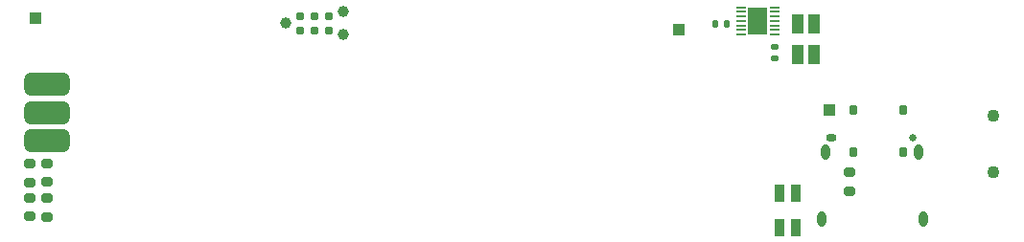
<source format=gts>
%TF.GenerationSoftware,KiCad,Pcbnew,7.0.7*%
%TF.CreationDate,2023-09-30T12:20:31-04:00*%
%TF.ProjectId,bt-md-remote,62742d6d-642d-4726-956d-6f74652e6b69,rev?*%
%TF.SameCoordinates,Original*%
%TF.FileFunction,Soldermask,Top*%
%TF.FilePolarity,Negative*%
%FSLAX46Y46*%
G04 Gerber Fmt 4.6, Leading zero omitted, Abs format (unit mm)*
G04 Created by KiCad (PCBNEW 7.0.7) date 2023-09-30 12:20:31*
%MOMM*%
%LPD*%
G01*
G04 APERTURE LIST*
G04 Aperture macros list*
%AMRoundRect*
0 Rectangle with rounded corners*
0 $1 Rounding radius*
0 $2 $3 $4 $5 $6 $7 $8 $9 X,Y pos of 4 corners*
0 Add a 4 corners polygon primitive as box body*
4,1,4,$2,$3,$4,$5,$6,$7,$8,$9,$2,$3,0*
0 Add four circle primitives for the rounded corners*
1,1,$1+$1,$2,$3*
1,1,$1+$1,$4,$5*
1,1,$1+$1,$6,$7*
1,1,$1+$1,$8,$9*
0 Add four rect primitives between the rounded corners*
20,1,$1+$1,$2,$3,$4,$5,0*
20,1,$1+$1,$4,$5,$6,$7,0*
20,1,$1+$1,$6,$7,$8,$9,0*
20,1,$1+$1,$8,$9,$2,$3,0*%
G04 Aperture macros list end*
%ADD10RoundRect,0.050000X0.337500X0.050000X-0.337500X0.050000X-0.337500X-0.050000X0.337500X-0.050000X0*%
%ADD11R,1.780000X2.350000*%
%ADD12RoundRect,0.200000X-0.275000X0.200000X-0.275000X-0.200000X0.275000X-0.200000X0.275000X0.200000X0*%
%ADD13R,1.000000X1.000000*%
%ADD14R,0.900000X1.500000*%
%ADD15RoundRect,0.175000X0.175000X-0.275000X0.175000X0.275000X-0.175000X0.275000X-0.175000X-0.275000X0*%
%ADD16RoundRect,0.200000X0.275000X-0.200000X0.275000X0.200000X-0.275000X0.200000X-0.275000X-0.200000X0*%
%ADD17RoundRect,0.140000X-0.170000X0.140000X-0.170000X-0.140000X0.170000X-0.140000X0.170000X0.140000X0*%
%ADD18RoundRect,0.140000X-0.140000X-0.170000X0.140000X-0.170000X0.140000X0.170000X-0.140000X0.170000X0*%
%ADD19R,1.100000X1.750000*%
%ADD20RoundRect,0.500000X-1.500000X0.500000X-1.500000X-0.500000X1.500000X-0.500000X1.500000X0.500000X0*%
%ADD21C,0.990600*%
%ADD22C,0.787400*%
%ADD23C,0.650000*%
%ADD24O,0.950000X0.650000*%
%ADD25O,0.800000X1.400000*%
%ADD26C,1.100000*%
G04 APERTURE END LIST*
D10*
%TO.C,U15*%
X174969500Y-112198000D03*
X174969500Y-111798000D03*
X174969500Y-111398000D03*
X174969500Y-110998000D03*
X174969500Y-110598000D03*
X174969500Y-110198000D03*
X174969500Y-109798000D03*
X171994500Y-109798000D03*
X171994500Y-110198000D03*
X171994500Y-110598000D03*
X171994500Y-110998000D03*
X171994500Y-111398000D03*
X171994500Y-111798000D03*
X171994500Y-112198000D03*
D11*
X173482000Y-110998000D03*
%TD*%
D12*
%TO.C,R18*%
X109209316Y-126669971D03*
X109209316Y-128319971D03*
%TD*%
D13*
%TO.C,TP3*%
X179832000Y-118872000D03*
%TD*%
D14*
%TO.C,LED1*%
X176852987Y-129312000D03*
X175452987Y-129312000D03*
X176852987Y-126212000D03*
X175452987Y-126212000D03*
%TD*%
D15*
%TO.C,SW1*%
X181900000Y-118900000D03*
X186350000Y-118900000D03*
X181900000Y-122600000D03*
X186350000Y-122600000D03*
%TD*%
D16*
%TO.C,R16*%
X109220000Y-125285000D03*
X109220000Y-123635000D03*
%TD*%
D12*
%TO.C,R2*%
X181610000Y-124397000D03*
X181610000Y-126047000D03*
%TD*%
D17*
%TO.C,C31*%
X175006000Y-113340000D03*
X175006000Y-114300000D03*
%TD*%
D12*
%TO.C,R15*%
X110750638Y-123627805D03*
X110750638Y-125277805D03*
%TD*%
D18*
%TO.C,C30*%
X169770414Y-111247295D03*
X170730414Y-111247295D03*
%TD*%
D12*
%TO.C,R17*%
X110744000Y-126683000D03*
X110744000Y-128333000D03*
%TD*%
D19*
%TO.C,R19*%
X178438000Y-114002000D03*
X177038000Y-114002000D03*
X177038000Y-111252000D03*
X178438000Y-111252000D03*
%TD*%
D13*
%TO.C,TP29*%
X166522400Y-111734600D03*
%TD*%
D20*
%TO.C,CN6*%
X110744000Y-121626000D03*
X110744000Y-119126000D03*
X110744000Y-116626000D03*
%TD*%
D21*
%TO.C,CN5*%
X131826000Y-111197077D03*
X136906000Y-110181077D03*
X136906000Y-112213077D03*
D22*
X133096000Y-111832077D03*
X133096000Y-110562077D03*
X134366000Y-111832077D03*
X134366000Y-110562077D03*
X135636000Y-111832077D03*
X135636000Y-110562077D03*
%TD*%
D13*
%TO.C,TP2*%
X109728000Y-110744000D03*
%TD*%
D23*
%TO.C,CN1*%
X187198000Y-121370000D03*
D24*
X179998000Y-121370000D03*
D25*
X188088000Y-128570000D03*
X187728000Y-122620000D03*
X179468000Y-122620000D03*
X179108000Y-128570000D03*
%TD*%
D26*
%TO.C,SW8*%
X194310000Y-124420000D03*
X194310000Y-119420000D03*
%TD*%
M02*

</source>
